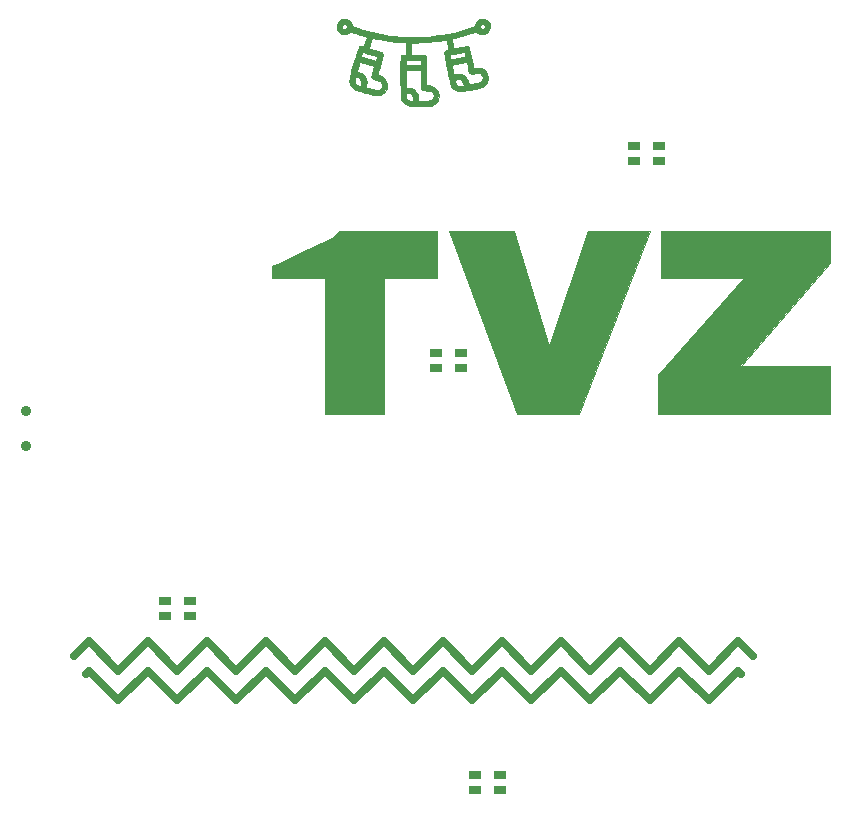
<source format=gbr>
%TF.GenerationSoftware,KiCad,Pcbnew,(5.1.10)-1*%
%TF.CreationDate,2021-10-20T07:51:42+02:00*%
%TF.ProjectId,TVZ_kuglica,54565a5f-6b75-4676-9c69-63612e6b6963,rev?*%
%TF.SameCoordinates,Original*%
%TF.FileFunction,Soldermask,Top*%
%TF.FilePolarity,Negative*%
%FSLAX46Y46*%
G04 Gerber Fmt 4.6, Leading zero omitted, Abs format (unit mm)*
G04 Created by KiCad (PCBNEW (5.1.10)-1) date 2021-10-20 07:51:42*
%MOMM*%
%LPD*%
G01*
G04 APERTURE LIST*
%ADD10C,0.700000*%
%ADD11C,0.100000*%
%ADD12C,0.010000*%
%ADD13C,0.900000*%
%ADD14R,1.100000X0.750000*%
G04 APERTURE END LIST*
D10*
X109500000Y-120250000D02*
X112000000Y-122750000D01*
X109250000Y-120500000D02*
X109500000Y-120250000D01*
X109500000Y-117750000D02*
X108250000Y-119000000D01*
X162000000Y-122750000D02*
X164500000Y-120250000D01*
X152000000Y-120250000D02*
X149500000Y-117750000D01*
X157000000Y-120250000D02*
X154500000Y-117750000D01*
X165750000Y-119000000D02*
X164500000Y-117750000D01*
X164500000Y-117750000D02*
X162000000Y-120250000D01*
X112000000Y-122750000D02*
X114500000Y-120250000D01*
X144500000Y-120250000D02*
X147000000Y-122750000D01*
X159500000Y-120250000D02*
X162000000Y-122750000D01*
X142000000Y-120250000D02*
X139500000Y-117750000D01*
X142000000Y-122750000D02*
X144500000Y-120250000D01*
X137000000Y-122750000D02*
X139500000Y-120250000D01*
X119500000Y-117750000D02*
X117000000Y-120250000D01*
X134500000Y-117750000D02*
X132000000Y-120250000D01*
X162000000Y-120250000D02*
X159500000Y-117750000D01*
X159500000Y-117750000D02*
X157000000Y-120250000D01*
X117000000Y-122750000D02*
X119500000Y-120250000D01*
X157000000Y-122750000D02*
X159500000Y-120250000D01*
X129500000Y-120250000D02*
X132000000Y-122750000D01*
X154500000Y-120250000D02*
X157000000Y-122750000D01*
X134500000Y-120250000D02*
X137000000Y-122750000D01*
X124500000Y-120250000D02*
X127000000Y-122750000D01*
X132000000Y-122750000D02*
X134500000Y-120250000D01*
X119500000Y-120250000D02*
X122000000Y-122750000D01*
X147000000Y-120250000D02*
X144500000Y-117750000D01*
X154500000Y-117750000D02*
X152000000Y-120250000D01*
X139500000Y-117750000D02*
X137000000Y-120250000D01*
X129500000Y-117750000D02*
X127000000Y-120250000D01*
X152000000Y-122750000D02*
X154500000Y-120250000D01*
X149500000Y-120250000D02*
X152000000Y-122750000D01*
X117000000Y-120250000D02*
X114500000Y-117750000D01*
X114500000Y-117750000D02*
X112000000Y-120250000D01*
X147000000Y-122750000D02*
X149500000Y-120250000D01*
X114500000Y-120250000D02*
X117000000Y-122750000D01*
X127000000Y-120250000D02*
X124500000Y-117750000D01*
X112000000Y-120250000D02*
X109500000Y-117750000D01*
X122000000Y-120250000D02*
X119500000Y-117750000D01*
X137000000Y-120250000D02*
X134500000Y-117750000D01*
X149500000Y-117750000D02*
X147000000Y-120250000D01*
X124500000Y-117750000D02*
X122000000Y-120250000D01*
X144500000Y-117750000D02*
X142000000Y-120250000D01*
X122000000Y-122750000D02*
X124500000Y-120250000D01*
X132000000Y-120250000D02*
X129500000Y-117750000D01*
X139500000Y-120250000D02*
X142000000Y-122750000D01*
X164500000Y-120250000D02*
X164750000Y-120500000D01*
X127000000Y-122750000D02*
X129500000Y-120250000D01*
D11*
G36*
X172250000Y-85750000D02*
G01*
X164750000Y-94500000D01*
X172250000Y-94500000D01*
X172250000Y-98500000D01*
X157750000Y-98500000D01*
X157750000Y-95250000D01*
X165000000Y-87000000D01*
X158000000Y-87000000D01*
X158000000Y-83000000D01*
X172250000Y-83000000D01*
X172250000Y-85750000D01*
G37*
X172250000Y-85750000D02*
X164750000Y-94500000D01*
X172250000Y-94500000D01*
X172250000Y-98500000D01*
X157750000Y-98500000D01*
X157750000Y-95250000D01*
X165000000Y-87000000D01*
X158000000Y-87000000D01*
X158000000Y-83000000D01*
X172250000Y-83000000D01*
X172250000Y-85750000D01*
G36*
X148500000Y-92750000D02*
G01*
X151750000Y-83000000D01*
X157000000Y-83000000D01*
X151000000Y-98500000D01*
X145750000Y-98500000D01*
X140000000Y-83000000D01*
X145500000Y-83000000D01*
X148500000Y-92750000D01*
G37*
X148500000Y-92750000D02*
X151750000Y-83000000D01*
X157000000Y-83000000D01*
X151000000Y-98500000D01*
X145750000Y-98500000D01*
X140000000Y-83000000D01*
X145500000Y-83000000D01*
X148500000Y-92750000D01*
G36*
X139000000Y-87000000D02*
G01*
X134500000Y-87000000D01*
X134500000Y-98500000D01*
X129500000Y-98500000D01*
X129500000Y-87000000D01*
X125000000Y-87000000D01*
X125000000Y-86000000D01*
X125750000Y-85750000D01*
X126580000Y-85360000D01*
X127390000Y-84930000D01*
X128860000Y-84240000D01*
X129590000Y-83920000D01*
X129940000Y-83700000D01*
X130250000Y-83500000D01*
X130540000Y-83240000D01*
X130750000Y-83000000D01*
X139000000Y-83000000D01*
X139000000Y-87000000D01*
G37*
X139000000Y-87000000D02*
X134500000Y-87000000D01*
X134500000Y-98500000D01*
X129500000Y-98500000D01*
X129500000Y-87000000D01*
X125000000Y-87000000D01*
X125000000Y-86000000D01*
X125750000Y-85750000D01*
X126580000Y-85360000D01*
X127390000Y-84930000D01*
X128860000Y-84240000D01*
X129590000Y-83920000D01*
X129940000Y-83700000D01*
X130250000Y-83500000D01*
X130540000Y-83240000D01*
X130750000Y-83000000D01*
X139000000Y-83000000D01*
X139000000Y-87000000D01*
D12*
%TO.C,G\u002A\u002A\u002A*%
G36*
X143027877Y-65089141D02*
G01*
X143177224Y-65150535D01*
X143301325Y-65244717D01*
X143397404Y-65364669D01*
X143462680Y-65503370D01*
X143494375Y-65653801D01*
X143489712Y-65808940D01*
X143445912Y-65961768D01*
X143360196Y-66105265D01*
X143295075Y-66176812D01*
X143149915Y-66283282D01*
X142989107Y-66344768D01*
X142820816Y-66360786D01*
X142653209Y-66330852D01*
X142494450Y-66254480D01*
X142455291Y-66226699D01*
X142346700Y-66143832D01*
X141902200Y-66288887D01*
X141632701Y-66373920D01*
X141347940Y-66458575D01*
X141062652Y-66538741D01*
X140791572Y-66610310D01*
X140549432Y-66669173D01*
X140492500Y-66682008D01*
X140395750Y-66704830D01*
X140318505Y-66725729D01*
X140274002Y-66741038D01*
X140269168Y-66743859D01*
X140268777Y-66771429D01*
X140276804Y-66838578D01*
X140291404Y-66935136D01*
X140310734Y-67050929D01*
X140332950Y-67175785D01*
X140356208Y-67299532D01*
X140378664Y-67411997D01*
X140398475Y-67503007D01*
X140413796Y-67562390D01*
X140420614Y-67579397D01*
X140446772Y-67577639D01*
X140515376Y-67566839D01*
X140619142Y-67548318D01*
X140750783Y-67523394D01*
X140903015Y-67493389D01*
X140969397Y-67479983D01*
X141167205Y-67440629D01*
X141321789Y-67412560D01*
X141439425Y-67395658D01*
X141526393Y-67389798D01*
X141588968Y-67394860D01*
X141633430Y-67410723D01*
X141666055Y-67437263D01*
X141687820Y-67466055D01*
X141702423Y-67505068D01*
X141725388Y-67587600D01*
X141755227Y-67707333D01*
X141790448Y-67857950D01*
X141829564Y-68033135D01*
X141871083Y-68226569D01*
X141900490Y-68368034D01*
X141941790Y-68567764D01*
X141980395Y-68751384D01*
X142015022Y-68913023D01*
X142044388Y-69046810D01*
X142067208Y-69146877D01*
X142082199Y-69207352D01*
X142087490Y-69223156D01*
X142117973Y-69226449D01*
X142184382Y-69221345D01*
X142272740Y-69208954D01*
X142278691Y-69207960D01*
X142493389Y-69194988D01*
X142695605Y-69228034D01*
X142879650Y-69304205D01*
X143039833Y-69420604D01*
X143170465Y-69574338D01*
X143238360Y-69696214D01*
X143278435Y-69793013D01*
X143300850Y-69879545D01*
X143310277Y-69978911D01*
X143311650Y-70058634D01*
X143309053Y-70171833D01*
X143297581Y-70256926D01*
X143272206Y-70336463D01*
X143228416Y-70431947D01*
X143118164Y-70605765D01*
X142978138Y-70744275D01*
X142814535Y-70841605D01*
X142782236Y-70854608D01*
X142707797Y-70877710D01*
X142592792Y-70907436D01*
X142445236Y-70942186D01*
X142273143Y-70980362D01*
X142084527Y-71020366D01*
X141887403Y-71060598D01*
X141689785Y-71099460D01*
X141499687Y-71135354D01*
X141325125Y-71166680D01*
X141174112Y-71191839D01*
X141054663Y-71209234D01*
X140974792Y-71217265D01*
X140962400Y-71217622D01*
X140772053Y-71195143D01*
X140591780Y-71130552D01*
X140429813Y-71029868D01*
X140294380Y-70899115D01*
X140193711Y-70744311D01*
X140147379Y-70621352D01*
X140137142Y-70577443D01*
X140117844Y-70488857D01*
X140090552Y-70360695D01*
X140067600Y-70251606D01*
X140516787Y-70251606D01*
X140517691Y-70297040D01*
X140536053Y-70374266D01*
X140557493Y-70454834D01*
X140617262Y-70587032D01*
X140717301Y-70697041D01*
X140769647Y-70733969D01*
X140860321Y-70766744D01*
X140981695Y-70779146D01*
X141117507Y-70770178D01*
X141178300Y-70759060D01*
X141229590Y-70741738D01*
X141248460Y-70709209D01*
X141248125Y-70654115D01*
X141215894Y-70486727D01*
X141147805Y-70354426D01*
X141046751Y-70259447D01*
X140915620Y-70204023D01*
X140757305Y-70190390D01*
X140662090Y-70201093D01*
X140584659Y-70214130D01*
X140537667Y-70227469D01*
X140516787Y-70251606D01*
X140067600Y-70251606D01*
X140056333Y-70198057D01*
X140016256Y-70006047D01*
X139971387Y-69789766D01*
X139922794Y-69554315D01*
X139871544Y-69304797D01*
X139854893Y-69223478D01*
X139802003Y-68964227D01*
X140259470Y-68964227D01*
X140262219Y-68988496D01*
X140274048Y-69052273D01*
X140292793Y-69145526D01*
X140316292Y-69258222D01*
X140342382Y-69380328D01*
X140368901Y-69501813D01*
X140393685Y-69612644D01*
X140414572Y-69702789D01*
X140429399Y-69762214D01*
X140435548Y-69781015D01*
X140464637Y-69782462D01*
X140527377Y-69774052D01*
X140582351Y-69763423D01*
X140797513Y-69741029D01*
X141001139Y-69765649D01*
X141188208Y-69833914D01*
X141353699Y-69942456D01*
X141492592Y-70087907D01*
X141599866Y-70266900D01*
X141670500Y-70476068D01*
X141674887Y-70496250D01*
X141699556Y-70583013D01*
X141727479Y-70625863D01*
X141738622Y-70629600D01*
X141774517Y-70624593D01*
X141851056Y-70610734D01*
X141959202Y-70589763D01*
X142089914Y-70563423D01*
X142194687Y-70541742D01*
X142339705Y-70509847D01*
X142471838Y-70477887D01*
X142581033Y-70448516D01*
X142657241Y-70424384D01*
X142685077Y-70412331D01*
X142787112Y-70324560D01*
X142853775Y-70209429D01*
X142881674Y-70079048D01*
X142867413Y-69945527D01*
X142837283Y-69869086D01*
X142764154Y-69761285D01*
X142672425Y-69688972D01*
X142556433Y-69650427D01*
X142410512Y-69643930D01*
X142228998Y-69667759D01*
X142196117Y-69674304D01*
X142052366Y-69702350D01*
X141940172Y-69716514D01*
X141854054Y-69711936D01*
X141788529Y-69683760D01*
X141738115Y-69627127D01*
X141697329Y-69537180D01*
X141660688Y-69409063D01*
X141622711Y-69237916D01*
X141604686Y-69150281D01*
X141514306Y-68707124D01*
X140889103Y-68834642D01*
X140718296Y-68869525D01*
X140564928Y-68900931D01*
X140435710Y-68927479D01*
X140337352Y-68947789D01*
X140276567Y-68960478D01*
X140259470Y-68964227D01*
X139802003Y-68964227D01*
X139795371Y-68931719D01*
X139745618Y-68685579D01*
X139704932Y-68480965D01*
X139672613Y-68313785D01*
X139647959Y-68179948D01*
X139641937Y-68144347D01*
X140089517Y-68144347D01*
X140095955Y-68208828D01*
X140110621Y-68291817D01*
X140130328Y-68378898D01*
X140151891Y-68455656D01*
X140172126Y-68507674D01*
X140184859Y-68521801D01*
X140216841Y-68517051D01*
X140291262Y-68503503D01*
X140400797Y-68482570D01*
X140538121Y-68455665D01*
X140695910Y-68424200D01*
X140797300Y-68403730D01*
X140963507Y-68369415D01*
X141113182Y-68337351D01*
X141239088Y-68309184D01*
X141333986Y-68286559D01*
X141390639Y-68271122D01*
X141403277Y-68265981D01*
X141409650Y-68233126D01*
X141405986Y-68166643D01*
X141394879Y-68082113D01*
X141378923Y-67995111D01*
X141360714Y-67921216D01*
X141342848Y-67876006D01*
X141337301Y-67869930D01*
X141307701Y-67871135D01*
X141236770Y-67881259D01*
X141132872Y-67898669D01*
X141004368Y-67921731D01*
X140859620Y-67948810D01*
X140706990Y-67978272D01*
X140554840Y-68008484D01*
X140411531Y-68037812D01*
X140285426Y-68064621D01*
X140184886Y-68087278D01*
X140118274Y-68104148D01*
X140094489Y-68112790D01*
X140089517Y-68144347D01*
X139641937Y-68144347D01*
X139630268Y-68075363D01*
X139618841Y-67995937D01*
X139612974Y-67937579D01*
X139611968Y-67896198D01*
X139615121Y-67867702D01*
X139619863Y-67852154D01*
X139669646Y-67787701D01*
X139750111Y-67736211D01*
X139841154Y-67709586D01*
X139863034Y-67708211D01*
X139907044Y-67705260D01*
X139936862Y-67692735D01*
X139953023Y-67663807D01*
X139956065Y-67611647D01*
X139946526Y-67529423D01*
X139924941Y-67410306D01*
X139897218Y-67273463D01*
X139869015Y-67137728D01*
X139843936Y-67018855D01*
X139823957Y-66926076D01*
X139811056Y-66868619D01*
X139807643Y-66855261D01*
X139783686Y-66845000D01*
X139719765Y-66846005D01*
X139612377Y-66858498D01*
X139510548Y-66874022D01*
X139142514Y-66928062D01*
X138752591Y-66975341D01*
X138354618Y-67014661D01*
X137962439Y-67044826D01*
X137589894Y-67064638D01*
X137250825Y-67072900D01*
X137209550Y-67073064D01*
X136796800Y-67073600D01*
X136796800Y-68089600D01*
X137326409Y-68089599D01*
X137518232Y-68091027D01*
X137681856Y-68095123D01*
X137811242Y-68101609D01*
X137900354Y-68110207D01*
X137936781Y-68117753D01*
X137971167Y-68130314D01*
X138000065Y-68144817D01*
X138023954Y-68165491D01*
X138043309Y-68196564D01*
X138058608Y-68242263D01*
X138070328Y-68306818D01*
X138078945Y-68394455D01*
X138084937Y-68509404D01*
X138088780Y-68655893D01*
X138090952Y-68838149D01*
X138091930Y-69060401D01*
X138092190Y-69326877D01*
X138092200Y-69495511D01*
X138092200Y-70700745D01*
X138314450Y-70709622D01*
X138521754Y-70735850D01*
X138698669Y-70798934D01*
X138853189Y-70902458D01*
X138944267Y-70991863D01*
X139057734Y-71147337D01*
X139126926Y-71315796D01*
X139154890Y-71506166D01*
X139154584Y-71607500D01*
X139123595Y-71818762D01*
X139050212Y-72002057D01*
X138934544Y-72157214D01*
X138776699Y-72284066D01*
X138682284Y-72336683D01*
X138512500Y-72420300D01*
X137572100Y-72425401D01*
X137308681Y-72426383D01*
X137091585Y-72426121D01*
X136916347Y-72424495D01*
X136778504Y-72421383D01*
X136673590Y-72416662D01*
X136597142Y-72410212D01*
X136544695Y-72401910D01*
X136525634Y-72396887D01*
X136340823Y-72312271D01*
X136180786Y-72185342D01*
X136050403Y-72020526D01*
X135991677Y-71912300D01*
X135920500Y-71759900D01*
X135919180Y-71450272D01*
X136340562Y-71450272D01*
X136348284Y-71557947D01*
X136351459Y-71584169D01*
X136392573Y-71736619D01*
X136471920Y-71856998D01*
X136586331Y-71942669D01*
X136732637Y-71990998D01*
X136852981Y-72001200D01*
X137000000Y-72001200D01*
X137000000Y-71854181D01*
X136979523Y-71687334D01*
X136919851Y-71550151D01*
X136823617Y-71445802D01*
X136693458Y-71377457D01*
X136582969Y-71352659D01*
X136466538Y-71341934D01*
X136392271Y-71349682D01*
X136352751Y-71383322D01*
X136340562Y-71450272D01*
X135919180Y-71450272D01*
X135913138Y-70034052D01*
X135911822Y-69672428D01*
X135911301Y-69410400D01*
X136365000Y-69410400D01*
X136365000Y-70901839D01*
X136578500Y-70915159D01*
X136784116Y-70944176D01*
X136957543Y-71005893D01*
X137108580Y-71104421D01*
X137175404Y-71165395D01*
X137292961Y-71307210D01*
X137371463Y-71462802D01*
X137415405Y-71643143D01*
X137427665Y-71781247D01*
X137437025Y-72005794D01*
X137923362Y-71996731D01*
X138100824Y-71992702D01*
X138235081Y-71987656D01*
X138333729Y-71980883D01*
X138404363Y-71971672D01*
X138454578Y-71959314D01*
X138490936Y-71943660D01*
X138596336Y-71861798D01*
X138672249Y-71752948D01*
X138714399Y-71629282D01*
X138718511Y-71502971D01*
X138684243Y-71393406D01*
X138634784Y-71322665D01*
X138566082Y-71250090D01*
X138541369Y-71228854D01*
X138500290Y-71197520D01*
X138462146Y-71175614D01*
X138416558Y-71160982D01*
X138353149Y-71151474D01*
X138261541Y-71144939D01*
X138131355Y-71139223D01*
X138103842Y-71138148D01*
X137984191Y-71134589D01*
X137887437Y-71130888D01*
X137811120Y-71122116D01*
X137752778Y-71103341D01*
X137709949Y-71069633D01*
X137680171Y-71016063D01*
X137660983Y-70937700D01*
X137649922Y-70829614D01*
X137644528Y-70686874D01*
X137642338Y-70504551D01*
X137640891Y-70277714D01*
X137640324Y-70209827D01*
X137632948Y-69410400D01*
X136365000Y-69410400D01*
X135911301Y-69410400D01*
X135911198Y-69358769D01*
X135911302Y-69090247D01*
X135912171Y-68864031D01*
X135912576Y-68818735D01*
X136342773Y-68818735D01*
X136344585Y-68897507D01*
X136349790Y-68942832D01*
X136350477Y-68944910D01*
X136363098Y-68955759D01*
X136395106Y-68963923D01*
X136451836Y-68969629D01*
X136538625Y-68973103D01*
X136660811Y-68974571D01*
X136823729Y-68974260D01*
X137005720Y-68972687D01*
X137647700Y-68965900D01*
X137647700Y-68534100D01*
X136352300Y-68534100D01*
X136344757Y-68722222D01*
X136342773Y-68818735D01*
X135912576Y-68818735D01*
X135913842Y-68677292D01*
X135916352Y-68527200D01*
X135919737Y-68410925D01*
X135924034Y-68325638D01*
X135929281Y-68268508D01*
X135935513Y-68236707D01*
X135936563Y-68233878D01*
X135992680Y-68161679D01*
X136086670Y-68112296D01*
X136208997Y-68090308D01*
X136237184Y-68089600D01*
X136339600Y-68089600D01*
X136339600Y-67075901D01*
X136257050Y-67063133D01*
X136196759Y-67056267D01*
X136100997Y-67048078D01*
X135985028Y-67039792D01*
X135907800Y-67035038D01*
X135485077Y-67002009D01*
X135028907Y-66950256D01*
X134552330Y-66881531D01*
X134068388Y-66797586D01*
X133905275Y-66766045D01*
X133771150Y-66740367D01*
X133655270Y-66719988D01*
X133566427Y-66706313D01*
X133513415Y-66700744D01*
X133502543Y-66701789D01*
X133492124Y-66728424D01*
X133470987Y-66793729D01*
X133441903Y-66888218D01*
X133407642Y-67002406D01*
X133370973Y-67126808D01*
X133334665Y-67251938D01*
X133301489Y-67368311D01*
X133274214Y-67466442D01*
X133255609Y-67536844D01*
X133248445Y-67570032D01*
X133248632Y-67571371D01*
X133273337Y-67579206D01*
X133339776Y-67599049D01*
X133440875Y-67628821D01*
X133569560Y-67666442D01*
X133718759Y-67709835D01*
X133786900Y-67729588D01*
X133970434Y-67783530D01*
X134111098Y-67826986D01*
X134215172Y-67862301D01*
X134288937Y-67891822D01*
X134338676Y-67917894D01*
X134370668Y-67942864D01*
X134377450Y-67950148D01*
X134416989Y-68009727D01*
X134434547Y-68063594D01*
X134434600Y-68065788D01*
X134427686Y-68101290D01*
X134408052Y-68179466D01*
X134377360Y-68294269D01*
X134337272Y-68439651D01*
X134289450Y-68609565D01*
X134235556Y-68797965D01*
X134193300Y-68943811D01*
X134136239Y-69140222D01*
X134083991Y-69321030D01*
X134038198Y-69480477D01*
X134000503Y-69612806D01*
X133972547Y-69712258D01*
X133955973Y-69773074D01*
X133952000Y-69789900D01*
X133974191Y-69806157D01*
X134031852Y-69830598D01*
X134098050Y-69853250D01*
X134230174Y-69898896D01*
X134331194Y-69946531D01*
X134420053Y-70006850D01*
X134511503Y-70086615D01*
X134636807Y-70236412D01*
X134723709Y-70410187D01*
X134770185Y-70598133D01*
X134774212Y-70790440D01*
X134733768Y-70977301D01*
X134708254Y-71040645D01*
X134599189Y-71221951D01*
X134454584Y-71373109D01*
X134289578Y-71482086D01*
X134211351Y-71518780D01*
X134143507Y-71540809D01*
X134068155Y-71551619D01*
X133967402Y-71554656D01*
X133913900Y-71554449D01*
X133847175Y-71552998D01*
X133784014Y-71548852D01*
X133717880Y-71540491D01*
X133642236Y-71526397D01*
X133550543Y-71505049D01*
X133436264Y-71474930D01*
X133292862Y-71434518D01*
X133113798Y-71382297D01*
X132897932Y-71318349D01*
X132701440Y-71258988D01*
X132516213Y-71201263D01*
X132349078Y-71147438D01*
X132206859Y-71099775D01*
X132096382Y-71060537D01*
X132024471Y-71031984D01*
X132005094Y-71022412D01*
X131874452Y-70922681D01*
X131756016Y-70789756D01*
X131664393Y-70641188D01*
X131638984Y-70582536D01*
X131617834Y-70522004D01*
X131602037Y-70462499D01*
X131592386Y-70399780D01*
X131589673Y-70329605D01*
X131594692Y-70247731D01*
X131594989Y-70245581D01*
X132024342Y-70245581D01*
X132038186Y-70394250D01*
X132094002Y-70521100D01*
X132183924Y-70616035D01*
X132242900Y-70651254D01*
X132322188Y-70687127D01*
X132406304Y-70718098D01*
X132479762Y-70738614D01*
X132527077Y-70743118D01*
X132532825Y-70741198D01*
X132548023Y-70713164D01*
X132568095Y-70652797D01*
X132577275Y-70618784D01*
X132602229Y-70443323D01*
X132583709Y-70292030D01*
X132522809Y-70166930D01*
X132420623Y-70070046D01*
X132278244Y-70003400D01*
X132238719Y-69992257D01*
X132156051Y-69974351D01*
X132107515Y-69977915D01*
X132078572Y-70009868D01*
X132054684Y-70077130D01*
X132053735Y-70080295D01*
X132024342Y-70245581D01*
X131594989Y-70245581D01*
X131608235Y-70149917D01*
X131631095Y-70031920D01*
X131664066Y-69889499D01*
X131707940Y-69718412D01*
X131763510Y-69514418D01*
X131763891Y-69513066D01*
X132236704Y-69513066D01*
X132261099Y-69535494D01*
X132323060Y-69556004D01*
X132341514Y-69560758D01*
X132548431Y-69637149D01*
X132727951Y-69755984D01*
X132824031Y-69848630D01*
X132948789Y-70019194D01*
X133024860Y-70204118D01*
X133052286Y-70403581D01*
X133031108Y-70617763D01*
X133016473Y-70680400D01*
X132993429Y-70770436D01*
X132977075Y-70838119D01*
X132970275Y-70871477D01*
X132970369Y-70873039D01*
X132994735Y-70880388D01*
X133059824Y-70899380D01*
X133157525Y-70927665D01*
X133279728Y-70962892D01*
X133380500Y-70991857D01*
X133581194Y-71046882D01*
X133741289Y-71084143D01*
X133867560Y-71104213D01*
X133966784Y-71107661D01*
X134045736Y-71095060D01*
X134111193Y-71066980D01*
X134130058Y-71055050D01*
X134241656Y-70952878D01*
X134309474Y-70831328D01*
X134331088Y-70696945D01*
X134309313Y-70571291D01*
X134273145Y-70487206D01*
X134221436Y-70418847D01*
X134146724Y-70361322D01*
X134041549Y-70309743D01*
X133898452Y-70259218D01*
X133779613Y-70224076D01*
X133628942Y-70170112D01*
X133521146Y-70106007D01*
X133459011Y-70033841D01*
X133444036Y-69973601D01*
X133450778Y-69936179D01*
X133469453Y-69858800D01*
X133497773Y-69750277D01*
X133533448Y-69619422D01*
X133567182Y-69499540D01*
X133690293Y-69067980D01*
X133083836Y-68892767D01*
X132916858Y-68845161D01*
X132766447Y-68803497D01*
X132639325Y-68769536D01*
X132542215Y-68745042D01*
X132481839Y-68731778D01*
X132464559Y-68730374D01*
X132453312Y-68758184D01*
X132431236Y-68825734D01*
X132401191Y-68923845D01*
X132366036Y-69043336D01*
X132353600Y-69086599D01*
X132316739Y-69215197D01*
X132283777Y-69329481D01*
X132257761Y-69418935D01*
X132241740Y-69473040D01*
X132239432Y-69480510D01*
X132236704Y-69513066D01*
X131763891Y-69513066D01*
X131831569Y-69273273D01*
X131912911Y-68990736D01*
X131979155Y-68762700D01*
X132065674Y-68465673D01*
X132120576Y-68278375D01*
X132585182Y-68278375D01*
X132585665Y-68281054D01*
X132610084Y-68289166D01*
X132675360Y-68309246D01*
X132773608Y-68338953D01*
X132896943Y-68375944D01*
X133037478Y-68417876D01*
X133187328Y-68462409D01*
X133338609Y-68507200D01*
X133483434Y-68549907D01*
X133613917Y-68588188D01*
X133722174Y-68619700D01*
X133800319Y-68642103D01*
X133817574Y-68646937D01*
X133826795Y-68625336D01*
X133846191Y-68567036D01*
X133871764Y-68484119D01*
X133874724Y-68474211D01*
X133900559Y-68382428D01*
X133919141Y-68306806D01*
X133926588Y-68263197D01*
X133926600Y-68262367D01*
X133910829Y-68244814D01*
X133861286Y-68220412D01*
X133774621Y-68187968D01*
X133647486Y-68146292D01*
X133476533Y-68094194D01*
X133345071Y-68055555D01*
X133180055Y-68007976D01*
X133030218Y-67965572D01*
X132902794Y-67930326D01*
X132805016Y-67904220D01*
X132744117Y-67889236D01*
X132727859Y-67886400D01*
X132701028Y-67910657D01*
X132668392Y-67980171D01*
X132635204Y-68080049D01*
X132609466Y-68171332D01*
X132591797Y-68241477D01*
X132585182Y-68278375D01*
X132120576Y-68278375D01*
X132139511Y-68213779D01*
X132202280Y-68003403D01*
X132255592Y-67830931D01*
X132301060Y-67692746D01*
X132340297Y-67585236D01*
X132374916Y-67504785D01*
X132406529Y-67447779D01*
X132436749Y-67410602D01*
X132467189Y-67389640D01*
X132499461Y-67381278D01*
X132535179Y-67381902D01*
X132575954Y-67387897D01*
X132591338Y-67390531D01*
X132671310Y-67404797D01*
X132730404Y-67412203D01*
X132773996Y-67406727D01*
X132807456Y-67382349D01*
X132836160Y-67333047D01*
X132865479Y-67252800D01*
X132900787Y-67135587D01*
X132940408Y-66999371D01*
X132980105Y-66862513D01*
X133013694Y-66743901D01*
X133038973Y-66651542D01*
X133053741Y-66593442D01*
X133056504Y-66577004D01*
X133031211Y-66568645D01*
X132965633Y-66549084D01*
X132868399Y-66520842D01*
X132748135Y-66486435D01*
X132682000Y-66467689D01*
X132513582Y-66418696D01*
X132325643Y-66361773D01*
X132140876Y-66303910D01*
X131981972Y-66252099D01*
X131978937Y-66251080D01*
X131644175Y-66138549D01*
X131597937Y-66190574D01*
X131508644Y-66261125D01*
X131386482Y-66317466D01*
X131248802Y-66353039D01*
X131143937Y-66362151D01*
X130966452Y-66339096D01*
X130809401Y-66273111D01*
X130678424Y-66169863D01*
X130579164Y-66035020D01*
X130517262Y-65874251D01*
X130500662Y-65734433D01*
X130949435Y-65734433D01*
X130972412Y-65825340D01*
X131027826Y-65887281D01*
X131104301Y-65917001D01*
X131190461Y-65911244D01*
X131274930Y-65866753D01*
X131306396Y-65836599D01*
X131348398Y-65772426D01*
X131352688Y-65705195D01*
X131350544Y-65693172D01*
X131312104Y-65597715D01*
X131249302Y-65537039D01*
X131172984Y-65510029D01*
X131093994Y-65515569D01*
X131023178Y-65552543D01*
X130971381Y-65619836D01*
X130949448Y-65716332D01*
X130949435Y-65734433D01*
X130500662Y-65734433D01*
X130498157Y-65713337D01*
X130520886Y-65536336D01*
X130586567Y-65379460D01*
X130689425Y-65248466D01*
X130823688Y-65149110D01*
X130983579Y-65087149D01*
X131145300Y-65068115D01*
X131326288Y-65091378D01*
X131486061Y-65157975D01*
X131618924Y-65263119D01*
X131719183Y-65402023D01*
X131781141Y-65569900D01*
X131788880Y-65609131D01*
X131806698Y-65714700D01*
X132047499Y-65798703D01*
X132750631Y-66023002D01*
X133477922Y-66213346D01*
X134233962Y-66370738D01*
X135023340Y-66496180D01*
X135526800Y-66557832D01*
X135706677Y-66573422D01*
X135928524Y-66586070D01*
X136183597Y-66595776D01*
X136463151Y-66602541D01*
X136758442Y-66606364D01*
X137060724Y-66607245D01*
X137361254Y-66605185D01*
X137651287Y-66600183D01*
X137922078Y-66592239D01*
X138164882Y-66581353D01*
X138370956Y-66567526D01*
X138473200Y-66557832D01*
X139270745Y-66453901D01*
X140031676Y-66320191D01*
X140761360Y-66155533D01*
X141465161Y-65958755D01*
X141952500Y-65798760D01*
X142193301Y-65714700D01*
X142199112Y-65680266D01*
X142650694Y-65680266D01*
X142652181Y-65770797D01*
X142691838Y-65844117D01*
X142758377Y-65894602D01*
X142840507Y-65916629D01*
X142926938Y-65904574D01*
X143003290Y-65855902D01*
X143040268Y-65788490D01*
X143050280Y-65714700D01*
X143030731Y-65620935D01*
X142979668Y-65555377D01*
X142908463Y-65519004D01*
X142828491Y-65512797D01*
X142751124Y-65537736D01*
X142687737Y-65594801D01*
X142650694Y-65680266D01*
X142199112Y-65680266D01*
X142211119Y-65609131D01*
X142264134Y-65435572D01*
X142356678Y-65290098D01*
X142483203Y-65177366D01*
X142638160Y-65102036D01*
X142816003Y-65068766D01*
X142856062Y-65067557D01*
X143027877Y-65089141D01*
G37*
X143027877Y-65089141D02*
X143177224Y-65150535D01*
X143301325Y-65244717D01*
X143397404Y-65364669D01*
X143462680Y-65503370D01*
X143494375Y-65653801D01*
X143489712Y-65808940D01*
X143445912Y-65961768D01*
X143360196Y-66105265D01*
X143295075Y-66176812D01*
X143149915Y-66283282D01*
X142989107Y-66344768D01*
X142820816Y-66360786D01*
X142653209Y-66330852D01*
X142494450Y-66254480D01*
X142455291Y-66226699D01*
X142346700Y-66143832D01*
X141902200Y-66288887D01*
X141632701Y-66373920D01*
X141347940Y-66458575D01*
X141062652Y-66538741D01*
X140791572Y-66610310D01*
X140549432Y-66669173D01*
X140492500Y-66682008D01*
X140395750Y-66704830D01*
X140318505Y-66725729D01*
X140274002Y-66741038D01*
X140269168Y-66743859D01*
X140268777Y-66771429D01*
X140276804Y-66838578D01*
X140291404Y-66935136D01*
X140310734Y-67050929D01*
X140332950Y-67175785D01*
X140356208Y-67299532D01*
X140378664Y-67411997D01*
X140398475Y-67503007D01*
X140413796Y-67562390D01*
X140420614Y-67579397D01*
X140446772Y-67577639D01*
X140515376Y-67566839D01*
X140619142Y-67548318D01*
X140750783Y-67523394D01*
X140903015Y-67493389D01*
X140969397Y-67479983D01*
X141167205Y-67440629D01*
X141321789Y-67412560D01*
X141439425Y-67395658D01*
X141526393Y-67389798D01*
X141588968Y-67394860D01*
X141633430Y-67410723D01*
X141666055Y-67437263D01*
X141687820Y-67466055D01*
X141702423Y-67505068D01*
X141725388Y-67587600D01*
X141755227Y-67707333D01*
X141790448Y-67857950D01*
X141829564Y-68033135D01*
X141871083Y-68226569D01*
X141900490Y-68368034D01*
X141941790Y-68567764D01*
X141980395Y-68751384D01*
X142015022Y-68913023D01*
X142044388Y-69046810D01*
X142067208Y-69146877D01*
X142082199Y-69207352D01*
X142087490Y-69223156D01*
X142117973Y-69226449D01*
X142184382Y-69221345D01*
X142272740Y-69208954D01*
X142278691Y-69207960D01*
X142493389Y-69194988D01*
X142695605Y-69228034D01*
X142879650Y-69304205D01*
X143039833Y-69420604D01*
X143170465Y-69574338D01*
X143238360Y-69696214D01*
X143278435Y-69793013D01*
X143300850Y-69879545D01*
X143310277Y-69978911D01*
X143311650Y-70058634D01*
X143309053Y-70171833D01*
X143297581Y-70256926D01*
X143272206Y-70336463D01*
X143228416Y-70431947D01*
X143118164Y-70605765D01*
X142978138Y-70744275D01*
X142814535Y-70841605D01*
X142782236Y-70854608D01*
X142707797Y-70877710D01*
X142592792Y-70907436D01*
X142445236Y-70942186D01*
X142273143Y-70980362D01*
X142084527Y-71020366D01*
X141887403Y-71060598D01*
X141689785Y-71099460D01*
X141499687Y-71135354D01*
X141325125Y-71166680D01*
X141174112Y-71191839D01*
X141054663Y-71209234D01*
X140974792Y-71217265D01*
X140962400Y-71217622D01*
X140772053Y-71195143D01*
X140591780Y-71130552D01*
X140429813Y-71029868D01*
X140294380Y-70899115D01*
X140193711Y-70744311D01*
X140147379Y-70621352D01*
X140137142Y-70577443D01*
X140117844Y-70488857D01*
X140090552Y-70360695D01*
X140067600Y-70251606D01*
X140516787Y-70251606D01*
X140517691Y-70297040D01*
X140536053Y-70374266D01*
X140557493Y-70454834D01*
X140617262Y-70587032D01*
X140717301Y-70697041D01*
X140769647Y-70733969D01*
X140860321Y-70766744D01*
X140981695Y-70779146D01*
X141117507Y-70770178D01*
X141178300Y-70759060D01*
X141229590Y-70741738D01*
X141248460Y-70709209D01*
X141248125Y-70654115D01*
X141215894Y-70486727D01*
X141147805Y-70354426D01*
X141046751Y-70259447D01*
X140915620Y-70204023D01*
X140757305Y-70190390D01*
X140662090Y-70201093D01*
X140584659Y-70214130D01*
X140537667Y-70227469D01*
X140516787Y-70251606D01*
X140067600Y-70251606D01*
X140056333Y-70198057D01*
X140016256Y-70006047D01*
X139971387Y-69789766D01*
X139922794Y-69554315D01*
X139871544Y-69304797D01*
X139854893Y-69223478D01*
X139802003Y-68964227D01*
X140259470Y-68964227D01*
X140262219Y-68988496D01*
X140274048Y-69052273D01*
X140292793Y-69145526D01*
X140316292Y-69258222D01*
X140342382Y-69380328D01*
X140368901Y-69501813D01*
X140393685Y-69612644D01*
X140414572Y-69702789D01*
X140429399Y-69762214D01*
X140435548Y-69781015D01*
X140464637Y-69782462D01*
X140527377Y-69774052D01*
X140582351Y-69763423D01*
X140797513Y-69741029D01*
X141001139Y-69765649D01*
X141188208Y-69833914D01*
X141353699Y-69942456D01*
X141492592Y-70087907D01*
X141599866Y-70266900D01*
X141670500Y-70476068D01*
X141674887Y-70496250D01*
X141699556Y-70583013D01*
X141727479Y-70625863D01*
X141738622Y-70629600D01*
X141774517Y-70624593D01*
X141851056Y-70610734D01*
X141959202Y-70589763D01*
X142089914Y-70563423D01*
X142194687Y-70541742D01*
X142339705Y-70509847D01*
X142471838Y-70477887D01*
X142581033Y-70448516D01*
X142657241Y-70424384D01*
X142685077Y-70412331D01*
X142787112Y-70324560D01*
X142853775Y-70209429D01*
X142881674Y-70079048D01*
X142867413Y-69945527D01*
X142837283Y-69869086D01*
X142764154Y-69761285D01*
X142672425Y-69688972D01*
X142556433Y-69650427D01*
X142410512Y-69643930D01*
X142228998Y-69667759D01*
X142196117Y-69674304D01*
X142052366Y-69702350D01*
X141940172Y-69716514D01*
X141854054Y-69711936D01*
X141788529Y-69683760D01*
X141738115Y-69627127D01*
X141697329Y-69537180D01*
X141660688Y-69409063D01*
X141622711Y-69237916D01*
X141604686Y-69150281D01*
X141514306Y-68707124D01*
X140889103Y-68834642D01*
X140718296Y-68869525D01*
X140564928Y-68900931D01*
X140435710Y-68927479D01*
X140337352Y-68947789D01*
X140276567Y-68960478D01*
X140259470Y-68964227D01*
X139802003Y-68964227D01*
X139795371Y-68931719D01*
X139745618Y-68685579D01*
X139704932Y-68480965D01*
X139672613Y-68313785D01*
X139647959Y-68179948D01*
X139641937Y-68144347D01*
X140089517Y-68144347D01*
X140095955Y-68208828D01*
X140110621Y-68291817D01*
X140130328Y-68378898D01*
X140151891Y-68455656D01*
X140172126Y-68507674D01*
X140184859Y-68521801D01*
X140216841Y-68517051D01*
X140291262Y-68503503D01*
X140400797Y-68482570D01*
X140538121Y-68455665D01*
X140695910Y-68424200D01*
X140797300Y-68403730D01*
X140963507Y-68369415D01*
X141113182Y-68337351D01*
X141239088Y-68309184D01*
X141333986Y-68286559D01*
X141390639Y-68271122D01*
X141403277Y-68265981D01*
X141409650Y-68233126D01*
X141405986Y-68166643D01*
X141394879Y-68082113D01*
X141378923Y-67995111D01*
X141360714Y-67921216D01*
X141342848Y-67876006D01*
X141337301Y-67869930D01*
X141307701Y-67871135D01*
X141236770Y-67881259D01*
X141132872Y-67898669D01*
X141004368Y-67921731D01*
X140859620Y-67948810D01*
X140706990Y-67978272D01*
X140554840Y-68008484D01*
X140411531Y-68037812D01*
X140285426Y-68064621D01*
X140184886Y-68087278D01*
X140118274Y-68104148D01*
X140094489Y-68112790D01*
X140089517Y-68144347D01*
X139641937Y-68144347D01*
X139630268Y-68075363D01*
X139618841Y-67995937D01*
X139612974Y-67937579D01*
X139611968Y-67896198D01*
X139615121Y-67867702D01*
X139619863Y-67852154D01*
X139669646Y-67787701D01*
X139750111Y-67736211D01*
X139841154Y-67709586D01*
X139863034Y-67708211D01*
X139907044Y-67705260D01*
X139936862Y-67692735D01*
X139953023Y-67663807D01*
X139956065Y-67611647D01*
X139946526Y-67529423D01*
X139924941Y-67410306D01*
X139897218Y-67273463D01*
X139869015Y-67137728D01*
X139843936Y-67018855D01*
X139823957Y-66926076D01*
X139811056Y-66868619D01*
X139807643Y-66855261D01*
X139783686Y-66845000D01*
X139719765Y-66846005D01*
X139612377Y-66858498D01*
X139510548Y-66874022D01*
X139142514Y-66928062D01*
X138752591Y-66975341D01*
X138354618Y-67014661D01*
X137962439Y-67044826D01*
X137589894Y-67064638D01*
X137250825Y-67072900D01*
X137209550Y-67073064D01*
X136796800Y-67073600D01*
X136796800Y-68089600D01*
X137326409Y-68089599D01*
X137518232Y-68091027D01*
X137681856Y-68095123D01*
X137811242Y-68101609D01*
X137900354Y-68110207D01*
X137936781Y-68117753D01*
X137971167Y-68130314D01*
X138000065Y-68144817D01*
X138023954Y-68165491D01*
X138043309Y-68196564D01*
X138058608Y-68242263D01*
X138070328Y-68306818D01*
X138078945Y-68394455D01*
X138084937Y-68509404D01*
X138088780Y-68655893D01*
X138090952Y-68838149D01*
X138091930Y-69060401D01*
X138092190Y-69326877D01*
X138092200Y-69495511D01*
X138092200Y-70700745D01*
X138314450Y-70709622D01*
X138521754Y-70735850D01*
X138698669Y-70798934D01*
X138853189Y-70902458D01*
X138944267Y-70991863D01*
X139057734Y-71147337D01*
X139126926Y-71315796D01*
X139154890Y-71506166D01*
X139154584Y-71607500D01*
X139123595Y-71818762D01*
X139050212Y-72002057D01*
X138934544Y-72157214D01*
X138776699Y-72284066D01*
X138682284Y-72336683D01*
X138512500Y-72420300D01*
X137572100Y-72425401D01*
X137308681Y-72426383D01*
X137091585Y-72426121D01*
X136916347Y-72424495D01*
X136778504Y-72421383D01*
X136673590Y-72416662D01*
X136597142Y-72410212D01*
X136544695Y-72401910D01*
X136525634Y-72396887D01*
X136340823Y-72312271D01*
X136180786Y-72185342D01*
X136050403Y-72020526D01*
X135991677Y-71912300D01*
X135920500Y-71759900D01*
X135919180Y-71450272D01*
X136340562Y-71450272D01*
X136348284Y-71557947D01*
X136351459Y-71584169D01*
X136392573Y-71736619D01*
X136471920Y-71856998D01*
X136586331Y-71942669D01*
X136732637Y-71990998D01*
X136852981Y-72001200D01*
X137000000Y-72001200D01*
X137000000Y-71854181D01*
X136979523Y-71687334D01*
X136919851Y-71550151D01*
X136823617Y-71445802D01*
X136693458Y-71377457D01*
X136582969Y-71352659D01*
X136466538Y-71341934D01*
X136392271Y-71349682D01*
X136352751Y-71383322D01*
X136340562Y-71450272D01*
X135919180Y-71450272D01*
X135913138Y-70034052D01*
X135911822Y-69672428D01*
X135911301Y-69410400D01*
X136365000Y-69410400D01*
X136365000Y-70901839D01*
X136578500Y-70915159D01*
X136784116Y-70944176D01*
X136957543Y-71005893D01*
X137108580Y-71104421D01*
X137175404Y-71165395D01*
X137292961Y-71307210D01*
X137371463Y-71462802D01*
X137415405Y-71643143D01*
X137427665Y-71781247D01*
X137437025Y-72005794D01*
X137923362Y-71996731D01*
X138100824Y-71992702D01*
X138235081Y-71987656D01*
X138333729Y-71980883D01*
X138404363Y-71971672D01*
X138454578Y-71959314D01*
X138490936Y-71943660D01*
X138596336Y-71861798D01*
X138672249Y-71752948D01*
X138714399Y-71629282D01*
X138718511Y-71502971D01*
X138684243Y-71393406D01*
X138634784Y-71322665D01*
X138566082Y-71250090D01*
X138541369Y-71228854D01*
X138500290Y-71197520D01*
X138462146Y-71175614D01*
X138416558Y-71160982D01*
X138353149Y-71151474D01*
X138261541Y-71144939D01*
X138131355Y-71139223D01*
X138103842Y-71138148D01*
X137984191Y-71134589D01*
X137887437Y-71130888D01*
X137811120Y-71122116D01*
X137752778Y-71103341D01*
X137709949Y-71069633D01*
X137680171Y-71016063D01*
X137660983Y-70937700D01*
X137649922Y-70829614D01*
X137644528Y-70686874D01*
X137642338Y-70504551D01*
X137640891Y-70277714D01*
X137640324Y-70209827D01*
X137632948Y-69410400D01*
X136365000Y-69410400D01*
X135911301Y-69410400D01*
X135911198Y-69358769D01*
X135911302Y-69090247D01*
X135912171Y-68864031D01*
X135912576Y-68818735D01*
X136342773Y-68818735D01*
X136344585Y-68897507D01*
X136349790Y-68942832D01*
X136350477Y-68944910D01*
X136363098Y-68955759D01*
X136395106Y-68963923D01*
X136451836Y-68969629D01*
X136538625Y-68973103D01*
X136660811Y-68974571D01*
X136823729Y-68974260D01*
X137005720Y-68972687D01*
X137647700Y-68965900D01*
X137647700Y-68534100D01*
X136352300Y-68534100D01*
X136344757Y-68722222D01*
X136342773Y-68818735D01*
X135912576Y-68818735D01*
X135913842Y-68677292D01*
X135916352Y-68527200D01*
X135919737Y-68410925D01*
X135924034Y-68325638D01*
X135929281Y-68268508D01*
X135935513Y-68236707D01*
X135936563Y-68233878D01*
X135992680Y-68161679D01*
X136086670Y-68112296D01*
X136208997Y-68090308D01*
X136237184Y-68089600D01*
X136339600Y-68089600D01*
X136339600Y-67075901D01*
X136257050Y-67063133D01*
X136196759Y-67056267D01*
X136100997Y-67048078D01*
X135985028Y-67039792D01*
X135907800Y-67035038D01*
X135485077Y-67002009D01*
X135028907Y-66950256D01*
X134552330Y-66881531D01*
X134068388Y-66797586D01*
X133905275Y-66766045D01*
X133771150Y-66740367D01*
X133655270Y-66719988D01*
X133566427Y-66706313D01*
X133513415Y-66700744D01*
X133502543Y-66701789D01*
X133492124Y-66728424D01*
X133470987Y-66793729D01*
X133441903Y-66888218D01*
X133407642Y-67002406D01*
X133370973Y-67126808D01*
X133334665Y-67251938D01*
X133301489Y-67368311D01*
X133274214Y-67466442D01*
X133255609Y-67536844D01*
X133248445Y-67570032D01*
X133248632Y-67571371D01*
X133273337Y-67579206D01*
X133339776Y-67599049D01*
X133440875Y-67628821D01*
X133569560Y-67666442D01*
X133718759Y-67709835D01*
X133786900Y-67729588D01*
X133970434Y-67783530D01*
X134111098Y-67826986D01*
X134215172Y-67862301D01*
X134288937Y-67891822D01*
X134338676Y-67917894D01*
X134370668Y-67942864D01*
X134377450Y-67950148D01*
X134416989Y-68009727D01*
X134434547Y-68063594D01*
X134434600Y-68065788D01*
X134427686Y-68101290D01*
X134408052Y-68179466D01*
X134377360Y-68294269D01*
X134337272Y-68439651D01*
X134289450Y-68609565D01*
X134235556Y-68797965D01*
X134193300Y-68943811D01*
X134136239Y-69140222D01*
X134083991Y-69321030D01*
X134038198Y-69480477D01*
X134000503Y-69612806D01*
X133972547Y-69712258D01*
X133955973Y-69773074D01*
X133952000Y-69789900D01*
X133974191Y-69806157D01*
X134031852Y-69830598D01*
X134098050Y-69853250D01*
X134230174Y-69898896D01*
X134331194Y-69946531D01*
X134420053Y-70006850D01*
X134511503Y-70086615D01*
X134636807Y-70236412D01*
X134723709Y-70410187D01*
X134770185Y-70598133D01*
X134774212Y-70790440D01*
X134733768Y-70977301D01*
X134708254Y-71040645D01*
X134599189Y-71221951D01*
X134454584Y-71373109D01*
X134289578Y-71482086D01*
X134211351Y-71518780D01*
X134143507Y-71540809D01*
X134068155Y-71551619D01*
X133967402Y-71554656D01*
X133913900Y-71554449D01*
X133847175Y-71552998D01*
X133784014Y-71548852D01*
X133717880Y-71540491D01*
X133642236Y-71526397D01*
X133550543Y-71505049D01*
X133436264Y-71474930D01*
X133292862Y-71434518D01*
X133113798Y-71382297D01*
X132897932Y-71318349D01*
X132701440Y-71258988D01*
X132516213Y-71201263D01*
X132349078Y-71147438D01*
X132206859Y-71099775D01*
X132096382Y-71060537D01*
X132024471Y-71031984D01*
X132005094Y-71022412D01*
X131874452Y-70922681D01*
X131756016Y-70789756D01*
X131664393Y-70641188D01*
X131638984Y-70582536D01*
X131617834Y-70522004D01*
X131602037Y-70462499D01*
X131592386Y-70399780D01*
X131589673Y-70329605D01*
X131594692Y-70247731D01*
X131594989Y-70245581D01*
X132024342Y-70245581D01*
X132038186Y-70394250D01*
X132094002Y-70521100D01*
X132183924Y-70616035D01*
X132242900Y-70651254D01*
X132322188Y-70687127D01*
X132406304Y-70718098D01*
X132479762Y-70738614D01*
X132527077Y-70743118D01*
X132532825Y-70741198D01*
X132548023Y-70713164D01*
X132568095Y-70652797D01*
X132577275Y-70618784D01*
X132602229Y-70443323D01*
X132583709Y-70292030D01*
X132522809Y-70166930D01*
X132420623Y-70070046D01*
X132278244Y-70003400D01*
X132238719Y-69992257D01*
X132156051Y-69974351D01*
X132107515Y-69977915D01*
X132078572Y-70009868D01*
X132054684Y-70077130D01*
X132053735Y-70080295D01*
X132024342Y-70245581D01*
X131594989Y-70245581D01*
X131608235Y-70149917D01*
X131631095Y-70031920D01*
X131664066Y-69889499D01*
X131707940Y-69718412D01*
X131763510Y-69514418D01*
X131763891Y-69513066D01*
X132236704Y-69513066D01*
X132261099Y-69535494D01*
X132323060Y-69556004D01*
X132341514Y-69560758D01*
X132548431Y-69637149D01*
X132727951Y-69755984D01*
X132824031Y-69848630D01*
X132948789Y-70019194D01*
X133024860Y-70204118D01*
X133052286Y-70403581D01*
X133031108Y-70617763D01*
X133016473Y-70680400D01*
X132993429Y-70770436D01*
X132977075Y-70838119D01*
X132970275Y-70871477D01*
X132970369Y-70873039D01*
X132994735Y-70880388D01*
X133059824Y-70899380D01*
X133157525Y-70927665D01*
X133279728Y-70962892D01*
X133380500Y-70991857D01*
X133581194Y-71046882D01*
X133741289Y-71084143D01*
X133867560Y-71104213D01*
X133966784Y-71107661D01*
X134045736Y-71095060D01*
X134111193Y-71066980D01*
X134130058Y-71055050D01*
X134241656Y-70952878D01*
X134309474Y-70831328D01*
X134331088Y-70696945D01*
X134309313Y-70571291D01*
X134273145Y-70487206D01*
X134221436Y-70418847D01*
X134146724Y-70361322D01*
X134041549Y-70309743D01*
X133898452Y-70259218D01*
X133779613Y-70224076D01*
X133628942Y-70170112D01*
X133521146Y-70106007D01*
X133459011Y-70033841D01*
X133444036Y-69973601D01*
X133450778Y-69936179D01*
X133469453Y-69858800D01*
X133497773Y-69750277D01*
X133533448Y-69619422D01*
X133567182Y-69499540D01*
X133690293Y-69067980D01*
X133083836Y-68892767D01*
X132916858Y-68845161D01*
X132766447Y-68803497D01*
X132639325Y-68769536D01*
X132542215Y-68745042D01*
X132481839Y-68731778D01*
X132464559Y-68730374D01*
X132453312Y-68758184D01*
X132431236Y-68825734D01*
X132401191Y-68923845D01*
X132366036Y-69043336D01*
X132353600Y-69086599D01*
X132316739Y-69215197D01*
X132283777Y-69329481D01*
X132257761Y-69418935D01*
X132241740Y-69473040D01*
X132239432Y-69480510D01*
X132236704Y-69513066D01*
X131763891Y-69513066D01*
X131831569Y-69273273D01*
X131912911Y-68990736D01*
X131979155Y-68762700D01*
X132065674Y-68465673D01*
X132120576Y-68278375D01*
X132585182Y-68278375D01*
X132585665Y-68281054D01*
X132610084Y-68289166D01*
X132675360Y-68309246D01*
X132773608Y-68338953D01*
X132896943Y-68375944D01*
X133037478Y-68417876D01*
X133187328Y-68462409D01*
X133338609Y-68507200D01*
X133483434Y-68549907D01*
X133613917Y-68588188D01*
X133722174Y-68619700D01*
X133800319Y-68642103D01*
X133817574Y-68646937D01*
X133826795Y-68625336D01*
X133846191Y-68567036D01*
X133871764Y-68484119D01*
X133874724Y-68474211D01*
X133900559Y-68382428D01*
X133919141Y-68306806D01*
X133926588Y-68263197D01*
X133926600Y-68262367D01*
X133910829Y-68244814D01*
X133861286Y-68220412D01*
X133774621Y-68187968D01*
X133647486Y-68146292D01*
X133476533Y-68094194D01*
X133345071Y-68055555D01*
X133180055Y-68007976D01*
X133030218Y-67965572D01*
X132902794Y-67930326D01*
X132805016Y-67904220D01*
X132744117Y-67889236D01*
X132727859Y-67886400D01*
X132701028Y-67910657D01*
X132668392Y-67980171D01*
X132635204Y-68080049D01*
X132609466Y-68171332D01*
X132591797Y-68241477D01*
X132585182Y-68278375D01*
X132120576Y-68278375D01*
X132139511Y-68213779D01*
X132202280Y-68003403D01*
X132255592Y-67830931D01*
X132301060Y-67692746D01*
X132340297Y-67585236D01*
X132374916Y-67504785D01*
X132406529Y-67447779D01*
X132436749Y-67410602D01*
X132467189Y-67389640D01*
X132499461Y-67381278D01*
X132535179Y-67381902D01*
X132575954Y-67387897D01*
X132591338Y-67390531D01*
X132671310Y-67404797D01*
X132730404Y-67412203D01*
X132773996Y-67406727D01*
X132807456Y-67382349D01*
X132836160Y-67333047D01*
X132865479Y-67252800D01*
X132900787Y-67135587D01*
X132940408Y-66999371D01*
X132980105Y-66862513D01*
X133013694Y-66743901D01*
X133038973Y-66651542D01*
X133053741Y-66593442D01*
X133056504Y-66577004D01*
X133031211Y-66568645D01*
X132965633Y-66549084D01*
X132868399Y-66520842D01*
X132748135Y-66486435D01*
X132682000Y-66467689D01*
X132513582Y-66418696D01*
X132325643Y-66361773D01*
X132140876Y-66303910D01*
X131981972Y-66252099D01*
X131978937Y-66251080D01*
X131644175Y-66138549D01*
X131597937Y-66190574D01*
X131508644Y-66261125D01*
X131386482Y-66317466D01*
X131248802Y-66353039D01*
X131143937Y-66362151D01*
X130966452Y-66339096D01*
X130809401Y-66273111D01*
X130678424Y-66169863D01*
X130579164Y-66035020D01*
X130517262Y-65874251D01*
X130500662Y-65734433D01*
X130949435Y-65734433D01*
X130972412Y-65825340D01*
X131027826Y-65887281D01*
X131104301Y-65917001D01*
X131190461Y-65911244D01*
X131274930Y-65866753D01*
X131306396Y-65836599D01*
X131348398Y-65772426D01*
X131352688Y-65705195D01*
X131350544Y-65693172D01*
X131312104Y-65597715D01*
X131249302Y-65537039D01*
X131172984Y-65510029D01*
X131093994Y-65515569D01*
X131023178Y-65552543D01*
X130971381Y-65619836D01*
X130949448Y-65716332D01*
X130949435Y-65734433D01*
X130500662Y-65734433D01*
X130498157Y-65713337D01*
X130520886Y-65536336D01*
X130586567Y-65379460D01*
X130689425Y-65248466D01*
X130823688Y-65149110D01*
X130983579Y-65087149D01*
X131145300Y-65068115D01*
X131326288Y-65091378D01*
X131486061Y-65157975D01*
X131618924Y-65263119D01*
X131719183Y-65402023D01*
X131781141Y-65569900D01*
X131788880Y-65609131D01*
X131806698Y-65714700D01*
X132047499Y-65798703D01*
X132750631Y-66023002D01*
X133477922Y-66213346D01*
X134233962Y-66370738D01*
X135023340Y-66496180D01*
X135526800Y-66557832D01*
X135706677Y-66573422D01*
X135928524Y-66586070D01*
X136183597Y-66595776D01*
X136463151Y-66602541D01*
X136758442Y-66606364D01*
X137060724Y-66607245D01*
X137361254Y-66605185D01*
X137651287Y-66600183D01*
X137922078Y-66592239D01*
X138164882Y-66581353D01*
X138370956Y-66567526D01*
X138473200Y-66557832D01*
X139270745Y-66453901D01*
X140031676Y-66320191D01*
X140761360Y-66155533D01*
X141465161Y-65958755D01*
X141952500Y-65798760D01*
X142193301Y-65714700D01*
X142199112Y-65680266D01*
X142650694Y-65680266D01*
X142652181Y-65770797D01*
X142691838Y-65844117D01*
X142758377Y-65894602D01*
X142840507Y-65916629D01*
X142926938Y-65904574D01*
X143003290Y-65855902D01*
X143040268Y-65788490D01*
X143050280Y-65714700D01*
X143030731Y-65620935D01*
X142979668Y-65555377D01*
X142908463Y-65519004D01*
X142828491Y-65512797D01*
X142751124Y-65537736D01*
X142687737Y-65594801D01*
X142650694Y-65680266D01*
X142199112Y-65680266D01*
X142211119Y-65609131D01*
X142264134Y-65435572D01*
X142356678Y-65290098D01*
X142483203Y-65177366D01*
X142638160Y-65102036D01*
X142816003Y-65068766D01*
X142856062Y-65067557D01*
X143027877Y-65089141D01*
%TD*%
D13*
%TO.C,SW1*%
X104170000Y-101250000D03*
X104170000Y-98250000D03*
%TD*%
D14*
%TO.C,D3*%
X155700000Y-75875000D03*
X157800000Y-75875000D03*
X155700000Y-77125000D03*
X157800000Y-77125000D03*
%TD*%
%TO.C,D5*%
X115950000Y-114375000D03*
X118050000Y-114375000D03*
X115950000Y-115625000D03*
X118050000Y-115625000D03*
%TD*%
%TO.C,D7*%
X142200000Y-129125000D03*
X144300000Y-129125000D03*
X142200000Y-130375000D03*
X144300000Y-130375000D03*
%TD*%
%TO.C,D12*%
X138950000Y-93375000D03*
X141050000Y-93375000D03*
X138950000Y-94625000D03*
X141050000Y-94625000D03*
%TD*%
M02*

</source>
